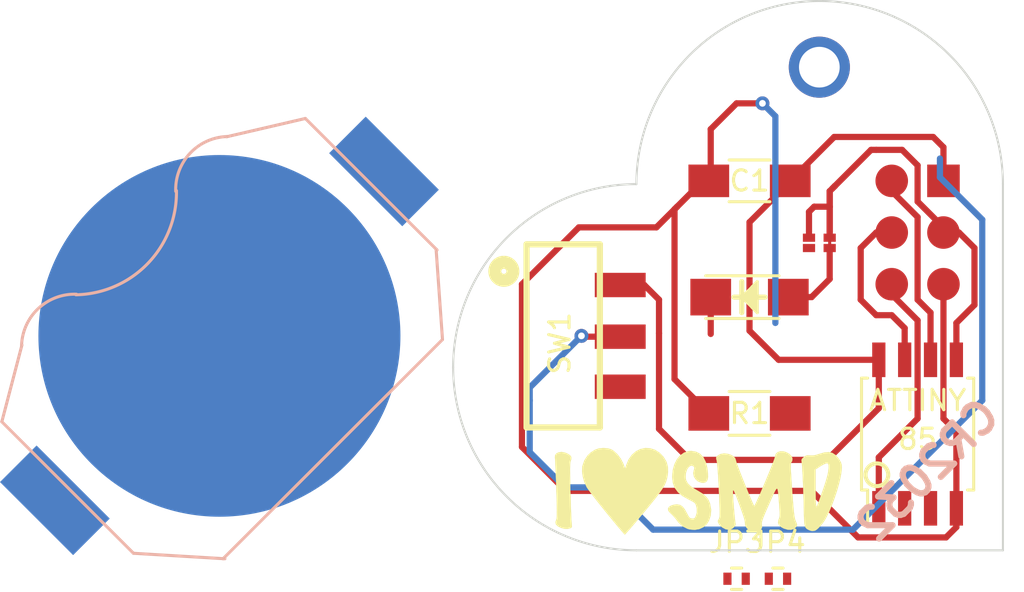
<source format=kicad_pcb>
(kicad_pcb (version 4) (host pcbnew 4.0.4-stable)

  (general
    (links 20)
    (no_connects 8)
    (area 191.769999 76.199999 218.870001 103.300001)
    (thickness 1.6)
    (drawings 21)
    (tracks 101)
    (zones 0)
    (modules 13)
    (nets 12)
  )

  (page USLetter)
  (layers
    (0 F.Cu signal)
    (31 B.Cu signal)
    (34 B.Paste user)
    (35 F.Paste user)
    (36 B.SilkS user)
    (37 F.SilkS user)
    (38 B.Mask user)
    (39 F.Mask user hide)
    (40 Dwgs.User user)
    (44 Edge.Cuts user)
  )

  (setup
    (last_trace_width 0.3048)
    (user_trace_width 0.254)
    (user_trace_width 0.3048)
    (user_trace_width 0.4064)
    (user_trace_width 0.6096)
    (user_trace_width 2.032)
    (trace_clearance 0.1524)
    (zone_clearance 0.508)
    (zone_45_only no)
    (trace_min 0.1524)
    (segment_width 0.254)
    (edge_width 0.1)
    (via_size 0.6858)
    (via_drill 0.3302)
    (via_min_size 0.6858)
    (via_min_drill 0.3302)
    (user_via 1 0.5)
    (uvia_size 0.762)
    (uvia_drill 0.508)
    (uvias_allowed no)
    (uvia_min_size 0.508)
    (uvia_min_drill 0.127)
    (pcb_text_width 0.3)
    (pcb_text_size 1.5 1.5)
    (mod_edge_width 0.15)
    (mod_text_size 1 1)
    (mod_text_width 0.15)
    (pad_size 0.4 0.6)
    (pad_drill 0)
    (pad_to_mask_clearance 0)
    (aux_axis_origin 0 0)
    (grid_origin 210.82 95.25)
    (visible_elements 7FFFFFFF)
    (pcbplotparams
      (layerselection 0x010f0_80000001)
      (usegerberextensions true)
      (excludeedgelayer true)
      (linewidth 0.100000)
      (plotframeref false)
      (viasonmask false)
      (mode 1)
      (useauxorigin false)
      (hpglpennumber 1)
      (hpglpenspeed 20)
      (hpglpendiameter 15)
      (hpglpenoverlay 2)
      (psnegative false)
      (psa4output false)
      (plotreference true)
      (plotvalue true)
      (plotinvisibletext false)
      (padsonsilk false)
      (subtractmaskfromsilk false)
      (outputformat 1)
      (mirror false)
      (drillshape 0)
      (scaleselection 1)
      (outputdirectory gerbers/))
  )

  (net 0 "")
  (net 1 GND)
  (net 2 +BATT)
  (net 3 "Net-(BT1-Pad1)")
  (net 4 "Net-(CON1-Pad1)")
  (net 5 "Net-(CON1-Pad3)")
  (net 6 "Net-(CON1-Pad4)")
  (net 7 "Net-(CON1-Pad5)")
  (net 8 "Net-(D1-Pad1)")
  (net 9 "Net-(IC1-Pad2)")
  (net 10 "Net-(D1-Pad2)")
  (net 11 "Net-(JP3-Pad1)")

  (net_class Default "This is the default net class."
    (clearance 0.1524)
    (trace_width 0.1524)
    (via_dia 0.6858)
    (via_drill 0.3302)
    (uvia_dia 0.762)
    (uvia_drill 0.508)
    (add_net +BATT)
    (add_net GND)
    (add_net "Net-(BT1-Pad1)")
    (add_net "Net-(CON1-Pad1)")
    (add_net "Net-(CON1-Pad3)")
    (add_net "Net-(CON1-Pad4)")
    (add_net "Net-(CON1-Pad5)")
    (add_net "Net-(D1-Pad1)")
    (add_net "Net-(D1-Pad2)")
    (add_net "Net-(IC1-Pad2)")
    (add_net "Net-(JP3-Pad1)")
  )

  (module Resistors_SMD:R_0402 (layer F.Cu) (tedit 598AF6B9) (tstamp 598AF339)
    (at 210.312 88.138 270)
    (descr "Resistor SMD 0402, reflow soldering, Vishay (see dcrcw.pdf)")
    (tags "resistor 0402")
    (path /598AFAEE)
    (attr smd)
    (fp_text reference JP2 (at 0 -0.508 270) (layer F.SilkS) hide
      (effects (font (size 0.254 0.254) (thickness 0.0635)))
    )
    (fp_text value Jumper_NC_Small (at 0 0.508 270) (layer F.Fab)
      (effects (font (size 0.254 0.254) (thickness 0.0635)))
    )
    (fp_line (start -0.254 0) (end 0.254 0) (layer F.Mask) (width 0.2))
    (fp_line (start -0.95 -0.65) (end 0.95 -0.65) (layer F.CrtYd) (width 0.05))
    (fp_line (start -0.95 0.65) (end 0.95 0.65) (layer F.CrtYd) (width 0.05))
    (fp_line (start -0.95 -0.65) (end -0.95 0.65) (layer F.CrtYd) (width 0.05))
    (fp_line (start 0.95 -0.65) (end 0.95 0.65) (layer F.CrtYd) (width 0.05))
    (pad 1 smd rect (at -0.254 0 270) (size 0.4 0.6) (layers F.Cu F.Paste F.Mask)
      (net 6 "Net-(CON1-Pad4)"))
    (pad 1 smd rect (at 0.254 0 270) (size 0.4 0.6) (layers F.Cu F.Paste F.Mask)
      (net 6 "Net-(CON1-Pad4)"))
    (model Resistors_SMD.3dshapes/R_0402.wrl
      (at (xyz 0 0 0))
      (scale (xyz 1 1 1))
      (rotate (xyz 0 0 0))
    )
  )

  (module Resistors_SMD:R_0402 (layer F.Cu) (tedit 598AF4FE) (tstamp 598AF4C2)
    (at 209.296 88.138 270)
    (descr "Resistor SMD 0402, reflow soldering, Vishay (see dcrcw.pdf)")
    (tags "resistor 0402")
    (path /598AFBE7)
    (attr smd)
    (fp_text reference JP1 (at 0 -0.508 270) (layer F.SilkS) hide
      (effects (font (size 0.254 0.254) (thickness 0.0635)))
    )
    (fp_text value Jumper_NO_Small (at 0 0.508 270) (layer F.Fab)
      (effects (font (size 0.254 0.254) (thickness 0.0635)))
    )
    (fp_line (start -0.95 -0.65) (end 0.95 -0.65) (layer F.CrtYd) (width 0.05))
    (fp_line (start -0.95 0.65) (end 0.95 0.65) (layer F.CrtYd) (width 0.05))
    (fp_line (start -0.95 -0.65) (end -0.95 0.65) (layer F.CrtYd) (width 0.05))
    (fp_line (start 0.95 -0.65) (end 0.95 0.65) (layer F.CrtYd) (width 0.05))
    (pad 1 smd rect (at -0.254 0 270) (size 0.4 0.6) (layers F.Cu F.Paste F.Mask)
      (net 6 "Net-(CON1-Pad4)"))
    (pad 2 smd rect (at 0.254 0 270) (size 0.4 0.6) (layers F.Cu F.Paste F.Mask)
      (net 8 "Net-(D1-Pad1)"))
    (model Resistors_SMD.3dshapes/R_0402.wrl
      (at (xyz 0 0 0))
      (scale (xyz 1 1 1))
      (rotate (xyz 0 0 0))
    )
  )

  (module Housings_SOIC:SOIJ-8_5.3x5.3mm_Pitch1.27mm (layer F.Cu) (tedit 58D85853) (tstamp 58C47A99)
    (at 214.63 97.536 90)
    (descr "8-Lead Plastic Small Outline (SM) - Medium, 5.28 mm Body [SOIC] (see Microchip Packaging Specification 00000049BS.pdf)")
    (tags "SOIC 1.27")
    (path /58C478D3)
    (attr smd)
    (fp_text reference ATTINY (at 1.651 0 180) (layer F.SilkS)
      (effects (font (size 1 1) (thickness 0.15)))
    )
    (fp_text value ATTINY (at 0 3.68 90) (layer F.Fab)
      (effects (font (size 1 1) (thickness 0.15)))
    )
    (fp_circle (center -2 -2) (end -2.25 -2.5) (layer F.SilkS) (width 0.2))
    (fp_line (start -4.75 -2.95) (end -4.75 2.95) (layer F.CrtYd) (width 0.05))
    (fp_line (start 4.75 -2.95) (end 4.75 2.95) (layer F.CrtYd) (width 0.05))
    (fp_line (start -4.75 -2.95) (end 4.75 -2.95) (layer F.CrtYd) (width 0.05))
    (fp_line (start -4.75 2.95) (end 4.75 2.95) (layer F.CrtYd) (width 0.05))
    (fp_line (start -2.75 -2.755) (end -2.75 -2.455) (layer F.SilkS) (width 0.15))
    (fp_line (start 2.75 -2.755) (end 2.75 -2.455) (layer F.SilkS) (width 0.15))
    (fp_line (start 2.75 2.755) (end 2.75 2.455) (layer F.SilkS) (width 0.15))
    (fp_line (start -2.75 2.755) (end -2.75 2.455) (layer F.SilkS) (width 0.15))
    (fp_line (start -2.75 -2.755) (end 2.75 -2.755) (layer F.SilkS) (width 0.15))
    (fp_line (start -2.75 2.755) (end 2.75 2.755) (layer F.SilkS) (width 0.15))
    (fp_line (start -2.75 -2.455) (end -4.5 -2.455) (layer F.SilkS) (width 0.15))
    (pad 1 smd rect (at -3.65 -1.905 90) (size 1.7 0.65) (layers F.Cu F.Paste F.Mask)
      (net 7 "Net-(CON1-Pad5)"))
    (pad 2 smd rect (at -3.65 -0.635 90) (size 1.7 0.65) (layers F.Cu F.Paste F.Mask)
      (net 9 "Net-(IC1-Pad2)"))
    (pad 3 smd rect (at -3.65 0.635 90) (size 1.7 0.65) (layers F.Cu F.Paste F.Mask))
    (pad 4 smd rect (at -3.65 1.905 90) (size 1.7 0.65) (layers F.Cu F.Paste F.Mask)
      (net 1 GND))
    (pad 5 smd rect (at 3.65 1.905 90) (size 1.7 0.65) (layers F.Cu F.Paste F.Mask)
      (net 6 "Net-(CON1-Pad4)"))
    (pad 6 smd rect (at 3.65 0.635 90) (size 1.7 0.65) (layers F.Cu F.Paste F.Mask)
      (net 4 "Net-(CON1-Pad1)"))
    (pad 7 smd rect (at 3.65 -0.635 90) (size 1.7 0.65) (layers F.Cu F.Paste F.Mask)
      (net 5 "Net-(CON1-Pad3)"))
    (pad 8 smd rect (at 3.65 -1.905 90) (size 1.7 0.65) (layers F.Cu F.Paste F.Mask)
      (net 2 +BATT))
    (model Housings_SOIC.3dshapes/SOIJ-8_5.3x5.3mm_Pitch1.27mm.wrl
      (at (xyz 0 0 0))
      (scale (xyz 1 1 1))
      (rotate (xyz 0 0 0))
    )
  )

  (module LEDs:LED-1206 (layer F.Cu) (tedit 58C4D23A) (tstamp 58C47B3C)
    (at 206.375 90.805)
    (descr "LED 1206 smd package")
    (tags "LED1206 SMD")
    (path /58C49927)
    (attr smd)
    (fp_text reference D1 (at 0 -2) (layer F.SilkS) hide
      (effects (font (size 1 1) (thickness 0.15)))
    )
    (fp_text value LED (at 0 2) (layer F.Fab)
      (effects (font (size 1 1) (thickness 0.15)))
    )
    (fp_line (start -0.762 0) (end 0.762 0) (layer F.SilkS) (width 0.25))
    (fp_line (start -0.381 -0.762) (end -0.381 0.762) (layer F.SilkS) (width 0.25))
    (fp_line (start -0.635 0) (end -0.508 0) (layer F.SilkS) (width 0.15))
    (fp_line (start 0.254 0.635) (end 0.381 0.762) (layer F.SilkS) (width 0.15))
    (fp_line (start 0.254 -0.635) (end 0.381 -0.762) (layer F.SilkS) (width 0.15))
    (fp_line (start 0.381 -0.762) (end 0.381 0.762) (layer F.SilkS) (width 0.15))
    (fp_line (start 0.127 -0.508) (end 0.254 -0.635) (layer F.SilkS) (width 0.15))
    (fp_line (start 0.127 0.508) (end 0.254 0.635) (layer F.SilkS) (width 0.15))
    (fp_line (start 0.254 0.508) (end 0.254 0.635) (layer F.SilkS) (width 0.15))
    (fp_line (start 0.254 -0.635) (end 0.254 0.508) (layer F.SilkS) (width 0.15))
    (fp_line (start -2.15 1.05) (end 1.45 1.05) (layer F.SilkS) (width 0.15))
    (fp_line (start -2.15 -1.05) (end 1.45 -1.05) (layer F.SilkS) (width 0.15))
    (fp_line (start 0.027 -0.3) (end 0.027 0.3) (layer F.SilkS) (width 0.15))
    (fp_line (start 0.027 0.3) (end -0.273 0) (layer F.SilkS) (width 0.15))
    (fp_line (start -0.273 0) (end -0.073 -0.2) (layer F.SilkS) (width 0.15))
    (fp_line (start -0.073 -0.2) (end -0.073 0.05) (layer F.SilkS) (width 0.15))
    (fp_line (start -0.073 0.05) (end -0.123 0) (layer F.SilkS) (width 0.15))
    (fp_line (start 0.127 0) (end 0.627 0) (layer F.SilkS) (width 0.15))
    (fp_line (start -0.373 0) (end 0.127 -0.5) (layer F.SilkS) (width 0.15))
    (fp_line (start 0.127 -0.5) (end 0.127 0.5) (layer F.SilkS) (width 0.15))
    (fp_line (start 0.127 0.5) (end -0.373 0) (layer F.SilkS) (width 0.15))
    (fp_line (start 2.5 -1.25) (end -2.5 -1.25) (layer F.CrtYd) (width 0.05))
    (fp_line (start -2.5 -1.25) (end -2.5 1.25) (layer F.CrtYd) (width 0.05))
    (fp_line (start -2.5 1.25) (end 2.5 1.25) (layer F.CrtYd) (width 0.05))
    (fp_line (start 2.5 1.25) (end 2.5 -1.25) (layer F.CrtYd) (width 0.05))
    (pad 2 smd rect (at 1.905 0 180) (size 2 1.80086) (layers F.Cu F.Paste F.Mask)
      (net 10 "Net-(D1-Pad2)"))
    (pad 1 smd rect (at -1.905 0 180) (size 2 1.80086) (layers F.Cu F.Paste F.Mask)
      (net 8 "Net-(D1-Pad1)"))
    (model LEDs.3dshapes/LED_1206.wrl
      (at (xyz 0 0 0))
      (scale (xyz 1 1 1))
      (rotate (xyz 0 0 0))
    )
  )

  (module myFootPrints:BATT_CR2032_SMD (layer B.Cu) (tedit 56CFB5D2) (tstamp 586093B2)
    (at 180.34 92.71 45)
    (tags battery)
    (path /56CFA61E)
    (fp_text reference BT1 (at 0 -5.08 45) (layer B.SilkS) hide
      (effects (font (size 1.72974 1.08712) (thickness 0.27178)) (justify mirror))
    )
    (fp_text value Battery (at 0 2.54 45) (layer B.SilkS) hide
      (effects (font (size 1.524 1.016) (thickness 0.254)) (justify mirror))
    )
    (fp_line (start -7.1755 -6.5405) (end -10.541 -4.572) (layer B.SilkS) (width 0.15))
    (fp_line (start 7.1755 -6.6675) (end 10.541 -4.572) (layer B.SilkS) (width 0.15))
    (fp_arc (start -5.4229 -4.6355) (end -3.5179 -6.4135) (angle -90) (layer B.SilkS) (width 0.15))
    (fp_arc (start 5.4102 -4.7625) (end 7.1882 -6.6675) (angle -90) (layer B.SilkS) (width 0.15))
    (fp_arc (start -0.0635 -10.033) (end -3.556 -6.4135) (angle -90) (layer B.SilkS) (width 0.15))
    (fp_line (start 7.62 7.874) (end 10.541 4.5085) (layer B.SilkS) (width 0.15))
    (fp_line (start -10.541 4.572) (end -7.5565 7.9375) (layer B.SilkS) (width 0.15))
    (fp_line (start -7.62 7.874) (end 7.62 7.874) (layer B.SilkS) (width 0.15))
    (fp_line (start -10.541 -4.572) (end -10.541 4.572) (layer B.SilkS) (width 0.15))
    (fp_line (start 10.541 -4.572) (end 10.541 4.572) (layer B.SilkS) (width 0.15))
    (fp_circle (center 0 0) (end -10.16 0) (layer Dwgs.User) (width 0.15))
    (pad 2 smd circle (at 0 0 45) (size 17.78 17.78) (layers B.Cu B.Paste B.Mask)
      (net 1 GND))
    (pad 1 smd rect (at -11.43 0 45) (size 2.54 5.08) (layers B.Cu B.Paste B.Mask)
      (net 3 "Net-(BT1-Pad1)"))
    (pad 1 smd rect (at 11.43 0 45) (size 2.54 5.08) (layers B.Cu B.Paste B.Mask)
      (net 3 "Net-(BT1-Pad1)"))
  )

  (module SPST_SMD (layer F.Cu) (tedit 58D85833) (tstamp 586092E3)
    (at 200.025 92.71 270)
    (descr "Through hole pin header")
    (tags "pin header")
    (path /58609F3B)
    (fp_text reference SW1 (at 0.365 2.97 270) (layer F.SilkS)
      (effects (font (size 1 1) (thickness 0.15)))
    )
    (fp_text value SW_PUSH (at 0.1 0 270) (layer F.Fab)
      (effects (font (size 1 1) (thickness 0.15)))
    )
    (fp_line (start -4.5 4.6) (end 4.5 4.6) (layer F.SilkS) (width 0.3048))
    (fp_line (start 4.5 1) (end 4.5 4.6) (layer F.SilkS) (width 0.3048))
    (fp_line (start -4.5 1) (end -4.5 4.6) (layer F.SilkS) (width 0.3048))
    (fp_line (start -4.5 1) (end 4.5 1) (layer F.SilkS) (width 0.3048))
    (fp_text user JS102011SAQN (at 0 1.7 270) (layer F.Fab)
      (effects (font (size 0.8 0.8) (thickness 0.1)))
    )
    (fp_line (start -1.75 14.45) (end 4.3 14.45) (layer F.CrtYd) (width 0.05))
    (pad "" np_thru_hole circle (at 3.4 2.75 270) (size 0.9 0.9) (drill 0.9) (layers *.Cu *.Mask))
    (pad 1 smd rect (at -2.5 0 270) (size 1.2 2.5) (layers F.Cu F.Paste F.Mask)
      (net 9 "Net-(IC1-Pad2)"))
    (pad 2 smd rect (at 0.04 0 270) (size 1.2 2.5) (layers F.Cu F.Paste F.Mask)
      (net 1 GND))
    (pad 3 smd rect (at 2.5 0 270) (size 1.2 2.5) (layers F.Cu F.Paste F.Mask))
    (pad "" np_thru_hole circle (at -3.4 2.75 270) (size 0.9 0.9) (drill 0.9) (layers *.Cu *.Mask))
  )

  (module Pin_Headers:Pin_Header_Straight_1x01 (layer F.Cu) (tedit 58C4AD73) (tstamp 5860AB5B)
    (at 209.804 79.502)
    (descr "Through hole pin header")
    (tags "pin header")
    (path /5860AE9A)
    (fp_text reference P1 (at -0.6 -0.5) (layer F.SilkS) hide
      (effects (font (size 0.127 0.127) (thickness 0.03175)))
    )
    (fp_text value CONN_01X01 (at 0 0.9) (layer F.Fab)
      (effects (font (size 0.127 0.127) (thickness 0.03175)))
    )
    (pad "" thru_hole circle (at 0 0) (size 3 3) (drill 2) (layers *.Cu *.Mask))
  )

  (module myFootPrints:AVR-ISP-6 (layer F.Cu) (tedit 5860A6AE) (tstamp 586092C3)
    (at 213.36 85.09)
    (descr "6-lead dip package, row spacing 7.62 mm (300 mils)")
    (tags "dil dip 2.54 300")
    (path /58609061)
    (fp_text reference CON1 (at 0 -2.54) (layer F.SilkS) hide
      (effects (font (size 1 1) (thickness 0.15)))
    )
    (fp_text value AVR-ISP-6 (at 0 -3.72) (layer F.Fab) hide
      (effects (font (size 1 1) (thickness 0.15)))
    )
    (pad 1 smd oval (at 0 0) (size 1.6 1.6) (layers F.Cu F.Paste F.Mask)
      (net 4 "Net-(CON1-Pad1)"))
    (pad 2 smd rect (at 2.54 0) (size 1.6 1.6) (layers F.Cu F.Paste F.Mask)
      (net 2 +BATT))
    (pad 3 smd oval (at 0 2.54) (size 1.6 1.6) (layers F.Cu F.Paste F.Mask)
      (net 5 "Net-(CON1-Pad3)"))
    (pad 4 smd oval (at 2.54 2.54) (size 1.6 1.6) (layers F.Cu F.Paste F.Mask)
      (net 6 "Net-(CON1-Pad4)"))
    (pad 5 smd oval (at 0 5.08) (size 1.6 1.6) (layers F.Cu F.Paste F.Mask)
      (net 7 "Net-(CON1-Pad5)"))
    (pad 6 smd oval (at 2.54 5.08) (size 1.6 1.6) (layers F.Cu F.Paste F.Mask)
      (net 1 GND))
  )

  (module Capacitors_SMD:C_1206_HandSoldering (layer F.Cu) (tedit 58C47DA8) (tstamp 58C47A8D)
    (at 206.375 85.09)
    (descr "Capacitor SMD 1206, hand soldering")
    (tags "capacitor 1206")
    (path /553FDF53)
    (attr smd)
    (fp_text reference C1 (at 0 0) (layer F.SilkS)
      (effects (font (size 1 1) (thickness 0.15)))
    )
    (fp_text value "0.1 uF" (at 0 2.3) (layer F.Fab)
      (effects (font (size 1 1) (thickness 0.15)))
    )
    (fp_line (start -3.3 -1.15) (end 3.3 -1.15) (layer F.CrtYd) (width 0.05))
    (fp_line (start -3.3 1.15) (end 3.3 1.15) (layer F.CrtYd) (width 0.05))
    (fp_line (start -3.3 -1.15) (end -3.3 1.15) (layer F.CrtYd) (width 0.05))
    (fp_line (start 3.3 -1.15) (end 3.3 1.15) (layer F.CrtYd) (width 0.05))
    (fp_line (start 1 -1.025) (end -1 -1.025) (layer F.SilkS) (width 0.15))
    (fp_line (start -1 1.025) (end 1 1.025) (layer F.SilkS) (width 0.15))
    (pad 1 smd rect (at -2 0) (size 2 1.6) (layers F.Cu F.Paste F.Mask)
      (net 1 GND))
    (pad 2 smd rect (at 2 0) (size 2 1.6) (layers F.Cu F.Paste F.Mask)
      (net 2 +BATT))
    (model Capacitors_SMD.3dshapes/C_1206_HandSoldering.wrl
      (at (xyz 0 0 0))
      (scale (xyz 1 1 1))
      (rotate (xyz 0 0 0))
    )
  )

  (module Resistors_SMD:R_1206_HandSoldering (layer F.Cu) (tedit 58C47DAE) (tstamp 58C47A9F)
    (at 206.375 96.52 180)
    (descr "Resistor SMD 1206, hand soldering")
    (tags "resistor 1206")
    (path /56CEB2B5)
    (attr smd)
    (fp_text reference R1 (at 0 0 180) (layer F.SilkS)
      (effects (font (size 1 1) (thickness 0.15)))
    )
    (fp_text value 330 (at 0 2.3 180) (layer F.Fab)
      (effects (font (size 1 1) (thickness 0.15)))
    )
    (fp_line (start -3.3 -1.2) (end 3.3 -1.2) (layer F.CrtYd) (width 0.05))
    (fp_line (start -3.3 1.2) (end 3.3 1.2) (layer F.CrtYd) (width 0.05))
    (fp_line (start -3.3 -1.2) (end -3.3 1.2) (layer F.CrtYd) (width 0.05))
    (fp_line (start 3.3 -1.2) (end 3.3 1.2) (layer F.CrtYd) (width 0.05))
    (fp_line (start 1 1.075) (end -1 1.075) (layer F.SilkS) (width 0.15))
    (fp_line (start -1 -1.075) (end 1 -1.075) (layer F.SilkS) (width 0.15))
    (pad 1 smd rect (at -2 0 180) (size 2 1.7) (layers F.Cu F.Paste F.Mask)
      (net 11 "Net-(JP3-Pad1)"))
    (pad 2 smd rect (at 2 0 180) (size 2 1.7) (layers F.Cu F.Paste F.Mask)
      (net 1 GND))
    (model Resistors_SMD.3dshapes/R_1206_HandSoldering.wrl
      (at (xyz 0 0 0))
      (scale (xyz 1 1 1))
      (rotate (xyz 0 0 0))
    )
  )

  (module myFootPrints:IheartSMD (layer F.Cu) (tedit 0) (tstamp 58D86362)
    (at 203.835 100.33)
    (fp_text reference G*** (at 0 0) (layer F.SilkS) hide
      (effects (font (thickness 0.3)))
    )
    (fp_text value LOGO (at 0.75 0) (layer F.SilkS) hide
      (effects (font (thickness 0.3)))
    )
    (fp_poly (pts (xy -2.34405 -2.096245) (xy -2.105224 -2.02035) (xy -1.879461 -1.87745) (xy -1.67627 -1.665485)
      (xy -1.672077 -1.659965) (xy -1.535728 -1.428984) (xy -1.466826 -1.179985) (xy -1.462632 -0.900188)
      (xy -1.480305 -0.765648) (xy -1.506685 -0.630011) (xy -1.540934 -0.503324) (xy -1.587938 -0.377969)
      (xy -1.652583 -0.246325) (xy -1.739753 -0.100773) (xy -1.854334 0.066306) (xy -2.001212 0.26253)
      (xy -2.185271 0.495519) (xy -2.411397 0.772893) (xy -2.65632 1.068462) (xy -2.863883 1.316796)
      (xy -3.056151 1.544929) (xy -3.227337 1.746142) (xy -3.371657 1.913715) (xy -3.483327 2.040929)
      (xy -3.55656 2.121066) (xy -3.585338 2.147469) (xy -3.616012 2.117825) (xy -3.690038 2.034352)
      (xy -3.801593 1.903968) (xy -3.944854 1.733589) (xy -4.114 1.530133) (xy -4.303208 1.300517)
      (xy -4.474308 1.091353) (xy -4.682749 0.833626) (xy -4.880586 0.585062) (xy -5.060943 0.354598)
      (xy -5.216944 0.151173) (xy -5.34171 -0.016276) (xy -5.428366 -0.13881) (xy -5.462934 -0.193553)
      (xy -5.575671 -0.442679) (xy -5.651356 -0.710052) (xy -5.68505 -0.970983) (xy -5.671813 -1.200783)
      (xy -5.668122 -1.219233) (xy -5.570242 -1.503796) (xy -5.409772 -1.744798) (xy -5.251857 -1.892196)
      (xy -5.056812 -2.018715) (xy -4.866654 -2.087112) (xy -4.650419 -2.106675) (xy -4.549401 -2.10289)
      (xy -4.38003 -2.082879) (xy -4.251303 -2.040775) (xy -4.13585 -1.971583) (xy -3.949099 -1.803253)
      (xy -3.782896 -1.584088) (xy -3.657219 -1.341409) (xy -3.638259 -1.291192) (xy -3.5686 -1.093389)
      (xy -3.518915 -1.259848) (xy -3.401368 -1.54273) (xy -3.239839 -1.770965) (xy -3.043835 -1.942494)
      (xy -2.822863 -2.055257) (xy -2.586433 -2.107194) (xy -2.34405 -2.096245)) (layer F.SilkS) (width 0.01))
    (fp_poly (pts (xy 4.210181 -1.942334) (xy 4.354907 -1.898655) (xy 4.509585 -1.8085) (xy 4.610951 -1.696348)
      (xy 4.652707 -1.574999) (xy 4.628556 -1.457256) (xy 4.595388 -1.409846) (xy 4.581052 -1.384052)
      (xy 4.571272 -1.338764) (xy 4.566268 -1.266233) (xy 4.566261 -1.158706) (xy 4.571472 -1.008433)
      (xy 4.582122 -0.807662) (xy 4.598431 -0.548642) (xy 4.620622 -0.223622) (xy 4.635014 -0.019538)
      (xy 4.661576 0.347706) (xy 4.684425 0.645637) (xy 4.704585 0.882954) (xy 4.723077 1.068352)
      (xy 4.740923 1.210532) (xy 4.759146 1.318189) (xy 4.778769 1.400021) (xy 4.800814 1.464727)
      (xy 4.812779 1.492748) (xy 4.86011 1.604073) (xy 4.874765 1.673783) (xy 4.858609 1.73037)
      (xy 4.831274 1.775435) (xy 4.727443 1.867301) (xy 4.579917 1.910188) (xy 4.406042 1.903922)
      (xy 4.223164 1.848332) (xy 4.103179 1.782706) (xy 3.983992 1.677881) (xy 3.938703 1.562564)
      (xy 3.963135 1.422748) (xy 3.982132 1.376791) (xy 4.003807 1.317943) (xy 4.016854 1.247058)
      (xy 4.021452 1.150344) (xy 4.017776 1.014007) (xy 4.006003 0.824256) (xy 3.991631 0.63433)
      (xy 3.969436 0.343476) (xy 3.951134 0.123274) (xy 3.932095 -0.02632) (xy 3.90769 -0.105355)
      (xy 3.873292 -0.113877) (xy 3.824271 -0.051932) (xy 3.755999 0.080433) (xy 3.663846 0.283171)
      (xy 3.543184 0.556235) (xy 3.510691 0.629481) (xy 3.388617 0.905519) (xy 3.295606 1.120487)
      (xy 3.22816 1.284362) (xy 3.182779 1.407121) (xy 3.155967 1.498742) (xy 3.144223 1.5692)
      (xy 3.144049 1.628474) (xy 3.148128 1.663394) (xy 3.157036 1.778047) (xy 3.133809 1.852855)
      (xy 3.083401 1.909807) (xy 2.998885 1.969379) (xy 2.926596 1.992923) (xy 2.836247 2.001972)
      (xy 2.806965 2.008896) (xy 2.735111 2.009803) (xy 2.633855 1.989851) (xy 2.631163 1.98908)
      (xy 2.495802 1.920102) (xy 2.387776 1.81079) (xy 2.32431 1.683267) (xy 2.316829 1.585344)
      (xy 2.313086 1.512089) (xy 2.285363 1.390157) (xy 2.231922 1.213828) (xy 2.151025 0.977378)
      (xy 2.040931 0.675086) (xy 2.036923 0.664308) (xy 1.938752 0.40259) (xy 1.863553 0.208096)
      (xy 1.808302 0.074349) (xy 1.769975 -0.00513) (xy 1.745546 -0.036821) (xy 1.731991 -0.0272)
      (xy 1.727307 0.00118) (xy 1.726457 0.088072) (xy 1.73201 0.23249) (xy 1.742731 0.419067)
      (xy 1.757384 0.632437) (xy 1.774733 0.857233) (xy 1.793542 1.07809) (xy 1.812575 1.279639)
      (xy 1.830597 1.446516) (xy 1.846371 1.563353) (xy 1.856776 1.611074) (xy 1.850116 1.689328)
      (xy 1.789813 1.776366) (xy 1.695651 1.85421) (xy 1.587414 1.904882) (xy 1.522557 1.91477)
      (xy 1.362158 1.882289) (xy 1.201376 1.797514) (xy 1.071842 1.679447) (xy 1.0319 1.620012)
      (xy 0.989323 1.530362) (xy 0.986847 1.469528) (xy 1.023841 1.399627) (xy 1.028116 1.393074)
      (xy 1.045638 1.361348) (xy 1.058987 1.320474) (xy 1.068212 1.262057) (xy 1.07336 1.177702)
      (xy 1.074479 1.059016) (xy 1.071618 0.897605) (xy 1.064824 0.685073) (xy 1.054145 0.413028)
      (xy 1.039629 0.073075) (xy 1.036102 -0.007605) (xy 1.019704 -0.352791) (xy 1.002199 -0.668962)
      (xy 0.984253 -0.946912) (xy 0.966532 -1.177432) (xy 0.9497 -1.351314) (xy 0.934422 -1.459349)
      (xy 0.929803 -1.479092) (xy 0.902461 -1.586355) (xy 0.905961 -1.651164) (xy 0.947559 -1.705573)
      (xy 0.989516 -1.742861) (xy 1.11924 -1.813726) (xy 1.276952 -1.840572) (xy 1.44522 -1.828416)
      (xy 1.606611 -1.782277) (xy 1.743692 -1.707175) (xy 1.839031 -1.608128) (xy 1.875194 -1.490154)
      (xy 1.875195 -1.48788) (xy 1.889061 -1.432449) (xy 1.927988 -1.318218) (xy 1.987643 -1.155951)
      (xy 2.063688 -0.956414) (xy 2.151789 -0.730373) (xy 2.247611 -0.488593) (xy 2.346818 -0.241838)
      (xy 2.445074 -0.000876) (xy 2.538044 0.223529) (xy 2.621394 0.420612) (xy 2.690786 0.579607)
      (xy 2.741886 0.689749) (xy 2.770359 0.740272) (xy 2.773341 0.74233) (xy 2.797641 0.707698)
      (xy 2.846672 0.610777) (xy 2.916109 0.46183) (xy 3.001627 0.271121) (xy 3.098901 0.048913)
      (xy 3.203606 -0.194531) (xy 3.311417 -0.448948) (xy 3.418009 -0.704075) (xy 3.519058 -0.949648)
      (xy 3.610237 -1.175404) (xy 3.687223 -1.37108) (xy 3.74569 -1.526414) (xy 3.781314 -1.631141)
      (xy 3.790461 -1.671302) (xy 3.822869 -1.806741) (xy 3.911858 -1.900375) (xy 4.045079 -1.947231)
      (xy 4.210181 -1.942334)) (layer F.SilkS) (width 0.01))
    (fp_poly (pts (xy 6.611152 -1.865882) (xy 6.768849 -1.761157) (xy 6.916401 -1.590471) (xy 6.945923 -1.547851)
      (xy 7.025612 -1.412648) (xy 7.063559 -1.291976) (xy 7.072923 -1.150907) (xy 7.055285 -0.924379)
      (xy 7.005674 -0.644287) (xy 6.929042 -0.325947) (xy 6.830339 0.015324) (xy 6.714518 0.36421)
      (xy 6.58653 0.705395) (xy 6.451328 1.023562) (xy 6.313862 1.303394) (xy 6.234125 1.443614)
      (xy 6.144558 1.574225) (xy 6.037521 1.705783) (xy 5.9277 1.822894) (xy 5.82978 1.910163)
      (xy 5.758446 1.952196) (xy 5.747391 1.953847) (xy 5.679798 1.965695) (xy 5.65958 1.97196)
      (xy 5.58984 1.969808) (xy 5.493372 1.939564) (xy 5.490307 1.938222) (xy 5.404553 1.897661)
      (xy 5.339203 1.854595) (xy 5.291255 1.798295) (xy 5.257705 1.718032) (xy 5.235552 1.603077)
      (xy 5.221792 1.442701) (xy 5.213422 1.226174) (xy 5.207441 0.942768) (xy 5.207147 0.926493)
      (xy 5.199974 0.594325) (xy 5.190449 0.254891) (xy 5.179064 -0.081148) (xy 5.166307 -0.40313)
      (xy 5.152668 -0.700395) (xy 5.138637 -0.962283) (xy 5.132537 -1.056781) (xy 5.783384 -1.056781)
      (xy 5.783384 -0.199432) (xy 5.784524 0.120145) (xy 5.788206 0.36829) (xy 5.794827 0.551695)
      (xy 5.804782 0.677053) (xy 5.818468 0.751057) (xy 5.836279 0.780398) (xy 5.841398 0.781539)
      (xy 5.857413 0.746785) (xy 5.89456 0.65099) (xy 5.948084 0.506858) (xy 6.013233 0.327089)
      (xy 6.049789 0.224693) (xy 6.170786 -0.122019) (xy 6.2647 -0.406164) (xy 6.334202 -0.637446)
      (xy 6.381963 -0.825565) (xy 6.410655 -0.980226) (xy 6.422948 -1.111129) (xy 6.423632 -1.13323)
      (xy 6.422684 -1.258376) (xy 6.408739 -1.325289) (xy 6.375296 -1.353618) (xy 6.348764 -1.359522)
      (xy 6.278291 -1.344743) (xy 6.167015 -1.295181) (xy 6.037911 -1.22122) (xy 6.026379 -1.213836)
      (xy 5.783384 -1.056781) (xy 5.132537 -1.056781) (xy 5.124702 -1.178131) (xy 5.111355 -1.33728)
      (xy 5.099083 -1.429069) (xy 5.098956 -1.429663) (xy 5.091105 -1.515274) (xy 5.122008 -1.58235)
      (xy 5.201495 -1.65836) (xy 5.294825 -1.726139) (xy 5.380789 -1.751003) (xy 5.49977 -1.74412)
      (xy 5.507835 -1.743074) (xy 5.642889 -1.738311) (xy 5.790445 -1.763592) (xy 5.95923 -1.816398)
      (xy 6.218137 -1.890292) (xy 6.431513 -1.907857) (xy 6.611152 -1.865882)) (layer F.SilkS) (width 0.01))
    (fp_poly (pts (xy -0.08157 -1.924859) (xy 0.119595 -1.818609) (xy 0.279311 -1.647326) (xy 0.396236 -1.412426)
      (xy 0.466339 -1.132373) (xy 0.500202 -0.862655) (xy 0.501546 -0.65965) (xy 0.468366 -0.518122)
      (xy 0.398658 -0.432833) (xy 0.290417 -0.398547) (xy 0.187007 -0.402567) (xy 0.022986 -0.458462)
      (xy -0.107678 -0.566887) (xy -0.193914 -0.710176) (xy -0.22465 -0.870663) (xy -0.196209 -1.014011)
      (xy -0.167136 -1.109175) (xy -0.181089 -1.172167) (xy -0.195414 -1.191881) (xy -0.278029 -1.245413)
      (xy -0.369251 -1.232389) (xy -0.45776 -1.161828) (xy -0.532239 -1.042744) (xy -0.581313 -0.884458)
      (xy -0.600584 -0.68899) (xy -0.574129 -0.522805) (xy -0.495226 -0.375621) (xy -0.357152 -0.237156)
      (xy -0.153185 -0.097128) (xy -0.0149 -0.018128) (xy 0.223532 0.127163) (xy 0.396984 0.271723)
      (xy 0.51748 0.428179) (xy 0.597046 0.609158) (xy 0.604015 0.631773) (xy 0.655343 0.924217)
      (xy 0.636198 1.206319) (xy 0.548448 1.466012) (xy 0.450415 1.623815) (xy 0.286878 1.776761)
      (xy 0.079863 1.875382) (xy -0.154297 1.915659) (xy -0.399267 1.89357) (xy -0.512491 1.860858)
      (xy -0.748329 1.740098) (xy -0.946 1.556863) (xy -1.022725 1.45561) (xy -1.121166 1.327126)
      (xy -1.230147 1.205768) (xy -1.27831 1.15977) (xy -1.368909 1.071732) (xy -1.43624 0.991383)
      (xy -1.448715 0.971564) (xy -1.465512 0.873525) (xy -1.414822 0.786441) (xy -1.307233 0.717766)
      (xy -1.153334 0.674957) (xy -1.012348 0.664308) (xy -0.876932 0.686654) (xy -0.758934 0.759596)
      (xy -0.648527 0.891984) (xy -0.535883 1.092672) (xy -0.535153 1.094154) (xy -0.465871 1.228004)
      (xy -0.41207 1.306136) (xy -0.358451 1.34467) (xy -0.289713 1.359726) (xy -0.282378 1.360469)
      (xy -0.194043 1.359893) (xy -0.141119 1.322752) (xy -0.096762 1.234724) (xy -0.046514 1.054309)
      (xy -0.050882 0.865654) (xy -0.080832 0.730435) (xy -0.105883 0.658031) (xy -0.144138 0.601611)
      (xy -0.210683 0.54875) (xy -0.320602 0.487023) (xy -0.46023 0.417902) (xy -0.755259 0.249762)
      (xy -0.977739 0.06329) (xy -1.132413 -0.14826) (xy -1.224021 -0.391633) (xy -1.257305 -0.673574)
      (xy -1.257581 -0.71638) (xy -1.228979 -1.026375) (xy -1.150871 -1.305792) (xy -1.029403 -1.546426)
      (xy -0.870719 -1.740071) (xy -0.680962 -1.878524) (xy -0.466276 -1.953578) (xy -0.322842 -1.964662)
      (xy -0.08157 -1.924859)) (layer F.SilkS) (width 0.01))
    (fp_poly (pts (xy -6.518611 -1.882257) (xy -6.409155 -1.83689) (xy -6.276787 -1.754816) (xy -6.213258 -1.670643)
      (xy -6.210551 -1.568093) (xy -6.236569 -1.486461) (xy -6.251088 -1.43895) (xy -6.262123 -1.372811)
      (xy -6.269766 -1.28017) (xy -6.274107 -1.153157) (xy -6.275237 -0.983901) (xy -6.273246 -0.76453)
      (xy -6.268226 -0.487173) (xy -6.260268 -0.143958) (xy -6.254608 0.078154) (xy -6.245346 0.41081)
      (xy -6.235495 0.724) (xy -6.225449 1.00785) (xy -6.215604 1.252481) (xy -6.206357 1.448018)
      (xy -6.198102 1.584584) (xy -6.1916 1.65037) (xy -6.180359 1.748638) (xy -6.20133 1.800393)
      (xy -6.266818 1.834698) (xy -6.270189 1.835985) (xy -6.406266 1.868926) (xy -6.552799 1.859856)
      (xy -6.691624 1.823843) (xy -6.862868 1.747438) (xy -6.964249 1.649742) (xy -6.993148 1.534965)
      (xy -6.948992 1.410561) (xy -6.936851 1.371172) (xy -6.928407 1.293703) (xy -6.923653 1.17199)
      (xy -6.922584 0.999871) (xy -6.925194 0.771185) (xy -6.931478 0.479767) (xy -6.941429 0.119456)
      (xy -6.947627 -0.083601) (xy -6.958527 -0.414351) (xy -6.969819 -0.72455) (xy -6.98107 -1.004507)
      (xy -6.991847 -1.244531) (xy -7.001715 -1.434928) (xy -7.010242 -1.566007) (xy -7.016649 -1.626487)
      (xy -7.01007 -1.750297) (xy -6.943571 -1.842421) (xy -6.830558 -1.898219) (xy -6.684436 -1.913045)
      (xy -6.518611 -1.882257)) (layer F.SilkS) (width 0.01))
  )

  (module Resistors_SMD:R_0402 (layer F.Cu) (tedit 5415CBB8) (tstamp 598AECEF)
    (at 205.74 104.648)
    (descr "Resistor SMD 0402, reflow soldering, Vishay (see dcrcw.pdf)")
    (tags "resistor 0402")
    (path /598AFB9F)
    (attr smd)
    (fp_text reference JP3 (at 0 -1.8) (layer F.SilkS)
      (effects (font (size 1 1) (thickness 0.15)))
    )
    (fp_text value Jumper_NC_Small (at 0 1.8) (layer F.Fab)
      (effects (font (size 1 1) (thickness 0.15)))
    )
    (fp_line (start -0.95 -0.65) (end 0.95 -0.65) (layer F.CrtYd) (width 0.05))
    (fp_line (start -0.95 0.65) (end 0.95 0.65) (layer F.CrtYd) (width 0.05))
    (fp_line (start -0.95 -0.65) (end -0.95 0.65) (layer F.CrtYd) (width 0.05))
    (fp_line (start 0.95 -0.65) (end 0.95 0.65) (layer F.CrtYd) (width 0.05))
    (fp_line (start 0.25 -0.525) (end -0.25 -0.525) (layer F.SilkS) (width 0.15))
    (fp_line (start -0.25 0.525) (end 0.25 0.525) (layer F.SilkS) (width 0.15))
    (pad 1 smd rect (at -0.45 0) (size 0.4 0.6) (layers F.Cu F.Paste F.Mask)
      (net 8 "Net-(D1-Pad1)"))
    (pad 2 smd rect (at 0.45 0) (size 0.4 0.6) (layers F.Cu F.Paste F.Mask))
    (model Resistors_SMD.3dshapes/R_0402.wrl
      (at (xyz 0 0 0))
      (scale (xyz 1 1 1))
      (rotate (xyz 0 0 0))
    )
  )

  (module Resistors_SMD:R_0402 (layer F.Cu) (tedit 5415CBB8) (tstamp 598AECF5)
    (at 207.772 104.648)
    (descr "Resistor SMD 0402, reflow soldering, Vishay (see dcrcw.pdf)")
    (tags "resistor 0402")
    (path /598AFC38)
    (attr smd)
    (fp_text reference JP4 (at 0 -1.8) (layer F.SilkS)
      (effects (font (size 1 1) (thickness 0.15)))
    )
    (fp_text value Jumper_NO_Small (at 0 1.8) (layer F.Fab)
      (effects (font (size 1 1) (thickness 0.15)))
    )
    (fp_line (start -0.95 -0.65) (end 0.95 -0.65) (layer F.CrtYd) (width 0.05))
    (fp_line (start -0.95 0.65) (end 0.95 0.65) (layer F.CrtYd) (width 0.05))
    (fp_line (start -0.95 -0.65) (end -0.95 0.65) (layer F.CrtYd) (width 0.05))
    (fp_line (start 0.95 -0.65) (end 0.95 0.65) (layer F.CrtYd) (width 0.05))
    (fp_line (start 0.25 -0.525) (end -0.25 -0.525) (layer F.SilkS) (width 0.15))
    (fp_line (start -0.25 0.525) (end 0.25 0.525) (layer F.SilkS) (width 0.15))
    (pad 1 smd rect (at -0.45 0) (size 0.4 0.6) (layers F.Cu F.Paste F.Mask)
      (net 10 "Net-(D1-Pad2)"))
    (pad 2 smd rect (at 0.45 0) (size 0.4 0.6) (layers F.Cu F.Paste F.Mask)
      (net 11 "Net-(JP3-Pad1)"))
    (model Resistors_SMD.3dshapes/R_0402.wrl
      (at (xyz 0 0 0))
      (scale (xyz 1 1 1))
      (rotate (xyz 0 0 0))
    )
  )

  (gr_text CR2032 (at 215.138 99.314 45) (layer B.SilkS)
    (effects (font (size 1.5 1.5) (thickness 0.3)) (justify mirror))
  )
  (gr_circle (center 194.31 89.535) (end 194.31 89.662) (layer F.SilkS) (width 0.3))
  (gr_circle (center 194.31 89.535) (end 194.437 89.916) (layer F.SilkS) (width 0.254))
  (gr_text 85 (at 214.63 97.79) (layer F.SilkS)
    (effects (font (size 1 1) (thickness 0.15)))
  )
  (gr_circle (center 194.31 89.535) (end 193.675 89.535) (layer F.SilkS) (width 0.254))
  (gr_line (start 200.82 103.25) (end 196.82 99.25) (angle 90) (layer Dwgs.User) (width 0.254))
  (gr_line (start 202.82 101.25) (end 200.82 103.25) (angle 90) (layer Dwgs.User) (width 0.254))
  (gr_line (start 198.82 97.25) (end 202.82 101.25) (angle 90) (layer Dwgs.User) (width 0.254))
  (gr_line (start 196.82 99.25) (end 198.82 97.25) (angle 90) (layer Dwgs.User) (width 0.254))
  (gr_line (start 216.82 87.25) (end 218.82 85.25) (angle 90) (layer Dwgs.User) (width 0.254))
  (gr_line (start 216.82 87.25) (end 212.82 83.25) (angle 90) (layer Dwgs.User) (width 0.254))
  (gr_line (start 214.82 81.25) (end 218.82 85.25) (angle 90) (layer Dwgs.User) (width 0.254))
  (gr_line (start 212.82 83.25) (end 214.82 81.25) (angle 90) (layer Dwgs.User) (width 0.254))
  (gr_circle (center 207.82 92.25) (end 197.82 90.25) (layer Dwgs.User) (width 0.254))
  (gr_line (start 200.82 103.25) (end 218.82 103.25) (angle 90) (layer Edge.Cuts) (width 0.1))
  (gr_arc (start 200.82 94.25) (end 200.82 103.25) (angle 90) (layer Edge.Cuts) (width 0.1))
  (gr_arc (start 200.82 94.25) (end 191.82 94.25) (angle 90) (layer Edge.Cuts) (width 0.1))
  (gr_arc (start 209.82 85.25) (end 200.82 85.25) (angle 90) (layer Edge.Cuts) (width 0.1))
  (gr_arc (start 209.82 85.25) (end 209.82 76.25) (angle 90) (layer Edge.Cuts) (width 0.1))
  (gr_line (start 218.82 103.25) (end 218.82 85.25) (angle 90) (layer Edge.Cuts) (width 0.1))
  (gr_line (start 202.32 86.75) (end 219.82 104.25) (angle 90) (layer Dwgs.User) (width 0.1))

  (segment (start 207.645 92.075) (end 207.645 81.915) (width 0.3048) (layer B.Cu) (net 1))
  (segment (start 204.47 82.55) (end 204.47 84.995) (width 0.3048) (layer F.Cu) (net 1) (tstamp 58D85783))
  (segment (start 205.74 81.28) (end 204.47 82.55) (width 0.3048) (layer F.Cu) (net 1) (tstamp 58D85782))
  (segment (start 207.01 81.28) (end 205.74 81.28) (width 0.3048) (layer F.Cu) (net 1) (tstamp 58D85781))
  (via (at 207.01 81.28) (size 0.6858) (drill 0.3302) (layers F.Cu B.Cu) (net 1))
  (segment (start 207.645 81.915) (end 207.01 81.28) (width 0.3048) (layer B.Cu) (net 1) (tstamp 58D85777))
  (segment (start 204.47 84.995) (end 204.375 85.09) (width 0.3048) (layer F.Cu) (net 1) (tstamp 58D85785))
  (segment (start 216.535 101.186) (end 216.535 102.108) (width 0.3048) (layer F.Cu) (net 1))
  (segment (start 201.803 87.376) (end 202.819 86.36) (width 0.3048) (layer F.Cu) (net 1) (tstamp 58D85725))
  (segment (start 197.993 87.376) (end 201.803 87.376) (width 0.3048) (layer F.Cu) (net 1) (tstamp 58D85723))
  (segment (start 195.199 90.17) (end 197.993 87.376) (width 0.3048) (layer F.Cu) (net 1) (tstamp 58D85721))
  (segment (start 195.199 98.171) (end 195.199 90.17) (width 0.3048) (layer F.Cu) (net 1) (tstamp 58D8571F))
  (segment (start 197.358 100.33) (end 195.199 98.171) (width 0.3048) (layer F.Cu) (net 1) (tstamp 58D8571D))
  (segment (start 209.423 100.33) (end 197.358 100.33) (width 0.3048) (layer F.Cu) (net 1) (tstamp 58D85719))
  (segment (start 211.709 102.616) (end 209.423 100.33) (width 0.3048) (layer F.Cu) (net 1) (tstamp 58D85710))
  (segment (start 216.027 102.616) (end 211.709 102.616) (width 0.3048) (layer F.Cu) (net 1) (tstamp 58D85707))
  (segment (start 216.535 102.108) (end 216.027 102.616) (width 0.3048) (layer F.Cu) (net 1) (tstamp 58D85703))
  (segment (start 204.375 85.09) (end 204.089 85.09) (width 0.3048) (layer F.Cu) (net 1))
  (segment (start 204.089 85.09) (end 202.819 86.36) (width 0.3048) (layer F.Cu) (net 1) (tstamp 58D85607))
  (segment (start 202.819 86.36) (end 202.692 86.487) (width 0.3048) (layer F.Cu) (net 1) (tstamp 58D85728))
  (segment (start 202.692 94.837) (end 204.375 96.52) (width 0.3048) (layer F.Cu) (net 1) (tstamp 58D8560A))
  (segment (start 202.692 86.487) (end 202.692 94.837) (width 0.3048) (layer F.Cu) (net 1) (tstamp 58D85608))
  (segment (start 216.535 101.186) (end 216.535 97.409) (width 0.3048) (layer F.Cu) (net 1))
  (segment (start 215.9 96.774) (end 215.9 90.17) (width 0.3048) (layer F.Cu) (net 1) (tstamp 58D852AF))
  (segment (start 216.535 97.409) (end 215.9 96.774) (width 0.3048) (layer F.Cu) (net 1) (tstamp 58D852AD))
  (segment (start 195.58 95.25) (end 198.12 92.71) (width 0.3048) (layer B.Cu) (net 1) (tstamp 58D85957))
  (segment (start 198.16 92.75) (end 200.025 92.75) (width 0.3048) (layer F.Cu) (net 1) (tstamp 58D8595F))
  (via (at 198.12 92.71) (size 0.6858) (drill 0.3302) (layers F.Cu B.Cu) (net 1))
  (segment (start 198.12 92.71) (end 198.16 92.75) (width 0.3048) (layer F.Cu) (net 1) (tstamp 58D8595E))
  (segment (start 199.562769 100.157231) (end 197.312231 100.157231) (width 0.3048) (layer B.Cu) (net 1))
  (segment (start 197.312231 100.157231) (end 195.58 98.425) (width 0.3048) (layer B.Cu) (net 1) (tstamp 58D8579B))
  (segment (start 195.58 98.425) (end 195.58 95.885) (width 0.3048) (layer B.Cu) (net 1))
  (segment (start 195.58 95.885) (end 195.58 95.25) (width 0.3048) (layer B.Cu) (net 1))
  (segment (start 215.727231 83.992769) (end 215.727231 84.917231) (width 0.3048) (layer B.Cu) (net 1))
  (segment (start 215.727231 84.917231) (end 217.805 86.995) (width 0.3048) (layer B.Cu) (net 1) (tstamp 58D857AD))
  (segment (start 217.805 86.995) (end 217.805 95.885) (width 0.3048) (layer B.Cu) (net 1) (tstamp 58D857B4))
  (segment (start 217.805 95.885) (end 211.455 102.235) (width 0.3048) (layer B.Cu) (net 1) (tstamp 58D857BA))
  (segment (start 211.455 102.235) (end 201.640538 102.235) (width 0.3048) (layer B.Cu) (net 1) (tstamp 58D857BF))
  (segment (start 201.640538 102.235) (end 199.562769 100.157231) (width 0.3048) (layer B.Cu) (net 1) (tstamp 58D857C4))
  (segment (start 212.725 96.266) (end 210.185 98.806) (width 0.3048) (layer F.Cu) (net 2) (tstamp 58D856EA))
  (segment (start 210.185 98.806) (end 203.454 98.806) (width 0.3048) (layer F.Cu) (net 2) (tstamp 58D856EC))
  (segment (start 203.454 98.806) (end 201.93 97.282) (width 0.3048) (layer F.Cu) (net 2) (tstamp 58D856EE))
  (segment (start 212.725 93.886) (end 212.725 96.266) (width 0.3048) (layer F.Cu) (net 2))
  (segment (start 208.375 85.09) (end 208.375 85.122) (width 0.3048) (layer F.Cu) (net 2))
  (segment (start 208.375 85.122) (end 206.375 87.122) (width 0.3048) (layer F.Cu) (net 2) (tstamp 58D856D1))
  (segment (start 207.805 93.886) (end 212.725 93.886) (width 0.3048) (layer F.Cu) (net 2) (tstamp 58D856DA))
  (segment (start 206.375 92.456) (end 207.805 93.886) (width 0.3048) (layer F.Cu) (net 2) (tstamp 58D856D8))
  (segment (start 206.375 87.122) (end 206.375 92.456) (width 0.3048) (layer F.Cu) (net 2) (tstamp 58D856D5))
  (segment (start 215.9 85.09) (end 215.9 83.439) (width 0.3048) (layer F.Cu) (net 2))
  (segment (start 210.534 82.931) (end 208.375 85.09) (width 0.3048) (layer F.Cu) (net 2) (tstamp 58D8567F))
  (segment (start 215.392 82.931) (end 210.534 82.931) (width 0.3048) (layer F.Cu) (net 2) (tstamp 58D8567E))
  (segment (start 215.9 83.439) (end 215.392 82.931) (width 0.3048) (layer F.Cu) (net 2) (tstamp 58D8567D))
  (segment (start 201.93 92.583) (end 201.93 90.932) (width 0.3048) (layer F.Cu) (net 2))
  (segment (start 201.93 97.282) (end 201.93 92.583) (width 0.3048) (layer F.Cu) (net 2) (tstamp 58D856F0))
  (segment (start 215.265 93.886) (end 215.265 91.567) (width 0.3048) (layer F.Cu) (net 4))
  (segment (start 214.63 86.868) (end 213.36 85.598) (width 0.3048) (layer F.Cu) (net 4) (tstamp 58D852C1))
  (segment (start 214.63 90.932) (end 214.63 86.868) (width 0.3048) (layer F.Cu) (net 4) (tstamp 58D852C0))
  (segment (start 215.265 91.567) (end 214.63 90.932) (width 0.3048) (layer F.Cu) (net 4) (tstamp 58D852BE))
  (segment (start 213.995 93.886) (end 213.995 92.329) (width 0.3048) (layer F.Cu) (net 5))
  (segment (start 211.836 88.392) (end 212.598 87.63) (width 0.3048) (layer F.Cu) (net 5) (tstamp 58D852FA))
  (segment (start 211.836 90.932) (end 211.836 88.392) (width 0.3048) (layer F.Cu) (net 5) (tstamp 58D852F9))
  (segment (start 212.598 91.694) (end 211.836 90.932) (width 0.3048) (layer F.Cu) (net 5) (tstamp 58D852F3))
  (segment (start 213.36 91.694) (end 212.598 91.694) (width 0.3048) (layer F.Cu) (net 5) (tstamp 58D852F1))
  (segment (start 213.995 92.329) (end 213.36 91.694) (width 0.3048) (layer F.Cu) (net 5) (tstamp 58D852EF))
  (segment (start 212.598 87.63) (end 213.36 87.63) (width 0.3048) (layer F.Cu) (net 5) (tstamp 58D852FC))
  (segment (start 210.312 87.884) (end 210.312 88.392) (width 0.1524) (layer F.Cu) (net 6))
  (segment (start 209.296 87.884) (end 209.296 86.614) (width 0.3048) (layer F.Cu) (net 6))
  (segment (start 209.55 86.36) (end 210.312 86.36) (width 0.3048) (layer F.Cu) (net 6) (tstamp 598AF51D))
  (segment (start 209.296 86.614) (end 209.55 86.36) (width 0.3048) (layer F.Cu) (net 6) (tstamp 598AF51B))
  (segment (start 210.312 87.884) (end 210.312 86.36) (width 0.3048) (layer F.Cu) (net 6))
  (segment (start 210.312 86.36) (end 210.312 85.598) (width 0.3048) (layer F.Cu) (net 6) (tstamp 598AF525))
  (segment (start 210.312 87.63) (end 210.312 85.598) (width 0.3048) (layer F.Cu) (net 6))
  (segment (start 210.312 85.598) (end 210.566 85.344) (width 0.3048) (layer F.Cu) (net 6) (tstamp 598AF212))
  (segment (start 212.598 83.566) (end 212.344 83.566) (width 0.3048) (layer F.Cu) (net 6))
  (segment (start 212.344 83.566) (end 210.566 85.344) (width 0.3048) (layer F.Cu) (net 6) (tstamp 58D8566F))
  (segment (start 215.9 87.376) (end 214.63 86.106) (width 0.3048) (layer F.Cu) (net 6) (tstamp 58D8537B))
  (segment (start 213.868 83.566) (end 212.598 83.566) (width 0.3048) (layer F.Cu) (net 6) (tstamp 58D85382))
  (segment (start 214.63 84.328) (end 213.868 83.566) (width 0.3048) (layer F.Cu) (net 6) (tstamp 58D85381))
  (segment (start 214.63 86.106) (end 214.63 84.328) (width 0.3048) (layer F.Cu) (net 6) (tstamp 58D8537E))
  (segment (start 215.9 87.63) (end 215.9 87.376) (width 0.3048) (layer F.Cu) (net 6))
  (segment (start 215.9 87.63) (end 216.154 87.63) (width 0.3048) (layer F.Cu) (net 6))
  (segment (start 216.535 93.886) (end 216.535 92.075) (width 0.3048) (layer F.Cu) (net 6))
  (segment (start 217.424 88.392) (end 216.662 87.63) (width 0.3048) (layer F.Cu) (net 6) (tstamp 58D85296))
  (segment (start 217.424 91.186) (end 217.424 88.392) (width 0.3048) (layer F.Cu) (net 6) (tstamp 58D85293))
  (segment (start 216.535 92.075) (end 217.424 91.186) (width 0.3048) (layer F.Cu) (net 6) (tstamp 58D8528E))
  (segment (start 216.662 87.63) (end 215.9 87.63) (width 0.3048) (layer F.Cu) (net 6) (tstamp 58D8529A))
  (segment (start 210.566 85.344) (end 210.439 85.471) (width 0.3048) (layer F.Cu) (net 6) (tstamp 598AF217))
  (segment (start 210.312 88.392) (end 210.312 89.916) (width 0.3048) (layer F.Cu) (net 6))
  (segment (start 210.312 89.916) (end 209.423 90.805) (width 0.3048) (layer F.Cu) (net 6) (tstamp 598AF3DE))
  (segment (start 213.36 90.17) (end 213.36 90.678) (width 0.3048) (layer F.Cu) (net 7))
  (segment (start 213.36 90.678) (end 214.63 91.948) (width 0.3048) (layer F.Cu) (net 7) (tstamp 58D85313))
  (segment (start 214.63 91.948) (end 214.63 96.774) (width 0.3048) (layer F.Cu) (net 7) (tstamp 58D85316))
  (segment (start 214.63 96.774) (end 212.725 98.679) (width 0.3048) (layer F.Cu) (net 7) (tstamp 58D85319))
  (segment (start 212.725 98.679) (end 212.725 101.186) (width 0.3048) (layer F.Cu) (net 7) (tstamp 58D8531B))
  (segment (start 204.47 90.805) (end 204.47 92.615) (width 0.3048) (layer F.Cu) (net 8))
  (segment (start 204.375 90.9) (end 204.47 90.805) (width 0.3048) (layer F.Cu) (net 8) (tstamp 58D8532E))
  (segment (start 201.93 90.932) (end 201.208 90.21) (width 0.3048) (layer F.Cu) (net 9) (tstamp 58D8639E))
  (segment (start 201.208 90.21) (end 200.025 90.21) (width 0.3048) (layer F.Cu) (net 9) (tstamp 58D863A2))
  (segment (start 209.423 90.805) (end 208.28 90.805) (width 0.3048) (layer F.Cu) (net 10) (tstamp 598AF3DF))
  (segment (start 208.788 90.297) (end 208.28 90.805) (width 0.3048) (layer F.Cu) (net 10) (tstamp 58D856C3))
  (segment (start 208.375 90.9) (end 208.28 90.805) (width 0.3048) (layer F.Cu) (net 10) (tstamp 58D8560E))

)

</source>
